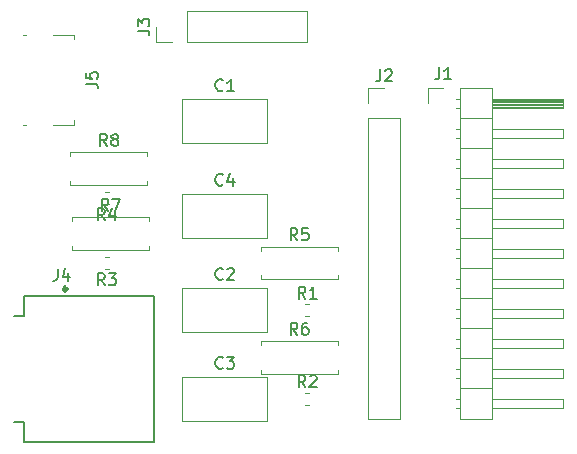
<source format=gto>
%TF.GenerationSoftware,KiCad,Pcbnew,(5.1.10)-1*%
%TF.CreationDate,2023-06-21T21:16:52+09:00*%
%TF.ProjectId,pokecom_cas_if,706f6b65-636f-46d5-9f63-61735f69662e,rev?*%
%TF.SameCoordinates,Original*%
%TF.FileFunction,Legend,Top*%
%TF.FilePolarity,Positive*%
%FSLAX46Y46*%
G04 Gerber Fmt 4.6, Leading zero omitted, Abs format (unit mm)*
G04 Created by KiCad (PCBNEW (5.1.10)-1) date 2023-06-21 21:16:52*
%MOMM*%
%LPD*%
G01*
G04 APERTURE LIST*
%ADD10C,0.120000*%
%ADD11C,0.340000*%
%ADD12C,0.127000*%
%ADD13C,0.150000*%
G04 APERTURE END LIST*
D10*
%TO.C,R8*%
X-343540000Y539630000D02*
X-343540000Y539960000D01*
X-350080000Y539630000D02*
X-343540000Y539630000D01*
X-350080000Y539960000D02*
X-350080000Y539630000D01*
X-343540000Y542370000D02*
X-343540000Y542040000D01*
X-350080000Y542370000D02*
X-343540000Y542370000D01*
X-350080000Y542040000D02*
X-350080000Y542370000D01*
%TO.C,R7*%
X-343420000Y534130000D02*
X-343420000Y534460000D01*
X-349960000Y534130000D02*
X-343420000Y534130000D01*
X-349960000Y534460000D02*
X-349960000Y534130000D01*
X-343420000Y536870000D02*
X-343420000Y536540000D01*
X-349960000Y536870000D02*
X-343420000Y536870000D01*
X-349960000Y536540000D02*
X-349960000Y536870000D01*
%TO.C,R6*%
X-327420000Y523630000D02*
X-327420000Y523960000D01*
X-333960000Y523630000D02*
X-327420000Y523630000D01*
X-333960000Y523960000D02*
X-333960000Y523630000D01*
X-327420000Y526370000D02*
X-327420000Y526040000D01*
X-333960000Y526370000D02*
X-327420000Y526370000D01*
X-333960000Y526040000D02*
X-333960000Y526370000D01*
%TO.C,R5*%
X-327420000Y531630000D02*
X-327420000Y531960000D01*
X-333960000Y531630000D02*
X-327420000Y531630000D01*
X-333960000Y531960000D02*
X-333960000Y531630000D01*
X-327420000Y534370000D02*
X-327420000Y534040000D01*
X-333960000Y534370000D02*
X-327420000Y534370000D01*
X-333960000Y534040000D02*
X-333960000Y534370000D01*
%TO.C,C4*%
X-333380000Y538870000D02*
X-333380000Y535130000D01*
X-340620000Y538870000D02*
X-340620000Y535130000D01*
X-340620000Y535130000D02*
X-333380000Y535130000D01*
X-340620000Y538870000D02*
X-333380000Y538870000D01*
%TO.C,C3*%
X-333380000Y523370000D02*
X-333380000Y519630000D01*
X-340620000Y523370000D02*
X-340620000Y519630000D01*
X-340620000Y519630000D02*
X-333380000Y519630000D01*
X-340620000Y523370000D02*
X-333380000Y523370000D01*
%TO.C,C2*%
X-333380000Y530870000D02*
X-333380000Y527130000D01*
X-340620000Y530870000D02*
X-340620000Y527130000D01*
X-340620000Y527130000D02*
X-333380000Y527130000D01*
X-340620000Y530870000D02*
X-333380000Y530870000D01*
%TO.C,C1*%
X-333380000Y546870000D02*
X-333380000Y543130000D01*
X-340620000Y546870000D02*
X-340620000Y543130000D01*
X-340620000Y543130000D02*
X-333380000Y543130000D01*
X-340620000Y546870000D02*
X-333380000Y546870000D01*
%TO.C,J5*%
X-349790000Y544690000D02*
X-349790000Y545070000D01*
X-353840000Y544690000D02*
X-354100000Y544690000D01*
X-349790000Y544690000D02*
X-351560000Y544690000D01*
X-349790000Y552310000D02*
X-349790000Y551930000D01*
X-351560000Y552310000D02*
X-349790000Y552310000D01*
X-354100000Y552310000D02*
X-353840000Y552310000D01*
%TO.C,J1*%
X-319770000Y547770000D02*
X-318500000Y547770000D01*
X-319770000Y546500000D02*
X-319770000Y547770000D01*
X-317457071Y520720000D02*
X-317060000Y520720000D01*
X-317457071Y521480000D02*
X-317060000Y521480000D01*
X-308400000Y520720000D02*
X-314400000Y520720000D01*
X-308400000Y521480000D02*
X-308400000Y520720000D01*
X-314400000Y521480000D02*
X-308400000Y521480000D01*
X-317060000Y522370000D02*
X-314400000Y522370000D01*
X-317457071Y523260000D02*
X-317060000Y523260000D01*
X-317457071Y524020000D02*
X-317060000Y524020000D01*
X-308400000Y523260000D02*
X-314400000Y523260000D01*
X-308400000Y524020000D02*
X-308400000Y523260000D01*
X-314400000Y524020000D02*
X-308400000Y524020000D01*
X-317060000Y524910000D02*
X-314400000Y524910000D01*
X-317457071Y525800000D02*
X-317060000Y525800000D01*
X-317457071Y526560000D02*
X-317060000Y526560000D01*
X-308400000Y525800000D02*
X-314400000Y525800000D01*
X-308400000Y526560000D02*
X-308400000Y525800000D01*
X-314400000Y526560000D02*
X-308400000Y526560000D01*
X-317060000Y527450000D02*
X-314400000Y527450000D01*
X-317457071Y528340000D02*
X-317060000Y528340000D01*
X-317457071Y529100000D02*
X-317060000Y529100000D01*
X-308400000Y528340000D02*
X-314400000Y528340000D01*
X-308400000Y529100000D02*
X-308400000Y528340000D01*
X-314400000Y529100000D02*
X-308400000Y529100000D01*
X-317060000Y529990000D02*
X-314400000Y529990000D01*
X-317457071Y530880000D02*
X-317060000Y530880000D01*
X-317457071Y531640000D02*
X-317060000Y531640000D01*
X-308400000Y530880000D02*
X-314400000Y530880000D01*
X-308400000Y531640000D02*
X-308400000Y530880000D01*
X-314400000Y531640000D02*
X-308400000Y531640000D01*
X-317060000Y532530000D02*
X-314400000Y532530000D01*
X-317457071Y533420000D02*
X-317060000Y533420000D01*
X-317457071Y534180000D02*
X-317060000Y534180000D01*
X-308400000Y533420000D02*
X-314400000Y533420000D01*
X-308400000Y534180000D02*
X-308400000Y533420000D01*
X-314400000Y534180000D02*
X-308400000Y534180000D01*
X-317060000Y535070000D02*
X-314400000Y535070000D01*
X-317457071Y535960000D02*
X-317060000Y535960000D01*
X-317457071Y536720000D02*
X-317060000Y536720000D01*
X-308400000Y535960000D02*
X-314400000Y535960000D01*
X-308400000Y536720000D02*
X-308400000Y535960000D01*
X-314400000Y536720000D02*
X-308400000Y536720000D01*
X-317060000Y537610000D02*
X-314400000Y537610000D01*
X-317457071Y538500000D02*
X-317060000Y538500000D01*
X-317457071Y539260000D02*
X-317060000Y539260000D01*
X-308400000Y538500000D02*
X-314400000Y538500000D01*
X-308400000Y539260000D02*
X-308400000Y538500000D01*
X-314400000Y539260000D02*
X-308400000Y539260000D01*
X-317060000Y540150000D02*
X-314400000Y540150000D01*
X-317457071Y541040000D02*
X-317060000Y541040000D01*
X-317457071Y541800000D02*
X-317060000Y541800000D01*
X-308400000Y541040000D02*
X-314400000Y541040000D01*
X-308400000Y541800000D02*
X-308400000Y541040000D01*
X-314400000Y541800000D02*
X-308400000Y541800000D01*
X-317060000Y542690000D02*
X-314400000Y542690000D01*
X-317457071Y543580000D02*
X-317060000Y543580000D01*
X-317457071Y544340000D02*
X-317060000Y544340000D01*
X-308400000Y543580000D02*
X-314400000Y543580000D01*
X-308400000Y544340000D02*
X-308400000Y543580000D01*
X-314400000Y544340000D02*
X-308400000Y544340000D01*
X-317060000Y545230000D02*
X-314400000Y545230000D01*
X-317390000Y546120000D02*
X-317060000Y546120000D01*
X-317390000Y546880000D02*
X-317060000Y546880000D01*
X-314400000Y546220000D02*
X-308400000Y546220000D01*
X-314400000Y546340000D02*
X-308400000Y546340000D01*
X-314400000Y546460000D02*
X-308400000Y546460000D01*
X-314400000Y546580000D02*
X-308400000Y546580000D01*
X-314400000Y546700000D02*
X-308400000Y546700000D01*
X-314400000Y546820000D02*
X-308400000Y546820000D01*
X-308400000Y546120000D02*
X-314400000Y546120000D01*
X-308400000Y546880000D02*
X-308400000Y546120000D01*
X-314400000Y546880000D02*
X-308400000Y546880000D01*
X-314400000Y547830000D02*
X-317060000Y547830000D01*
X-314400000Y519770000D02*
X-314400000Y547830000D01*
X-317060000Y519770000D02*
X-314400000Y519770000D01*
X-317060000Y547830000D02*
X-317060000Y519770000D01*
%TO.C,J2*%
X-324830000Y547830000D02*
X-323500000Y547830000D01*
X-324830000Y546500000D02*
X-324830000Y547830000D01*
X-324830000Y545230000D02*
X-322170000Y545230000D01*
X-322170000Y545230000D02*
X-322170000Y519770000D01*
X-324830000Y545230000D02*
X-324830000Y519770000D01*
X-324830000Y519770000D02*
X-322170000Y519770000D01*
%TO.C,J3*%
X-342830000Y551670000D02*
X-342830000Y553000000D01*
X-341500000Y551670000D02*
X-342830000Y551670000D01*
X-340230000Y551670000D02*
X-340230000Y554330000D01*
X-340230000Y554330000D02*
X-330010000Y554330000D01*
X-340230000Y551670000D02*
X-330010000Y551670000D01*
X-330010000Y551670000D02*
X-330010000Y554330000D01*
D11*
%TO.C,J4*%
X-350330000Y530800000D02*
G75*
G03*
X-350330000Y530800000I-170000J0D01*
G01*
D12*
X-354000000Y519500000D02*
X-354800000Y519500000D01*
X-354000000Y528500000D02*
X-354800000Y528500000D01*
X-354000000Y519500000D02*
X-354000000Y517800000D01*
X-354000000Y530200000D02*
X-354000000Y528500000D01*
X-343000000Y530200000D02*
X-354000000Y530200000D01*
X-343000000Y517800000D02*
X-354000000Y517800000D01*
X-343000000Y530200000D02*
X-343000000Y517800000D01*
D10*
%TO.C,R1*%
X-330171267Y528490000D02*
X-329828733Y528490000D01*
X-330171267Y529510000D02*
X-329828733Y529510000D01*
%TO.C,R2*%
X-330171267Y522010000D02*
X-329828733Y522010000D01*
X-330171267Y520990000D02*
X-329828733Y520990000D01*
%TO.C,R3*%
X-346828733Y533510000D02*
X-347171267Y533510000D01*
X-346828733Y532490000D02*
X-347171267Y532490000D01*
%TO.C,R4*%
X-346828733Y537990000D02*
X-347171267Y537990000D01*
X-346828733Y539010000D02*
X-347171267Y539010000D01*
%TO.C,R8*%
D13*
X-346976666Y542917619D02*
X-347310000Y543393809D01*
X-347548095Y542917619D02*
X-347548095Y543917619D01*
X-347167142Y543917619D01*
X-347071904Y543870000D01*
X-347024285Y543822380D01*
X-346976666Y543727142D01*
X-346976666Y543584285D01*
X-347024285Y543489047D01*
X-347071904Y543441428D01*
X-347167142Y543393809D01*
X-347548095Y543393809D01*
X-346405238Y543489047D02*
X-346500476Y543536666D01*
X-346548095Y543584285D01*
X-346595714Y543679523D01*
X-346595714Y543727142D01*
X-346548095Y543822380D01*
X-346500476Y543870000D01*
X-346405238Y543917619D01*
X-346214761Y543917619D01*
X-346119523Y543870000D01*
X-346071904Y543822380D01*
X-346024285Y543727142D01*
X-346024285Y543679523D01*
X-346071904Y543584285D01*
X-346119523Y543536666D01*
X-346214761Y543489047D01*
X-346405238Y543489047D01*
X-346500476Y543441428D01*
X-346548095Y543393809D01*
X-346595714Y543298571D01*
X-346595714Y543108095D01*
X-346548095Y543012857D01*
X-346500476Y542965238D01*
X-346405238Y542917619D01*
X-346214761Y542917619D01*
X-346119523Y542965238D01*
X-346071904Y543012857D01*
X-346024285Y543108095D01*
X-346024285Y543298571D01*
X-346071904Y543393809D01*
X-346119523Y543441428D01*
X-346214761Y543489047D01*
%TO.C,R7*%
X-346856666Y537417619D02*
X-347190000Y537893809D01*
X-347428095Y537417619D02*
X-347428095Y538417619D01*
X-347047142Y538417619D01*
X-346951904Y538370000D01*
X-346904285Y538322380D01*
X-346856666Y538227142D01*
X-346856666Y538084285D01*
X-346904285Y537989047D01*
X-346951904Y537941428D01*
X-347047142Y537893809D01*
X-347428095Y537893809D01*
X-346523333Y538417619D02*
X-345856666Y538417619D01*
X-346285238Y537417619D01*
%TO.C,R6*%
X-330856666Y526917619D02*
X-331190000Y527393809D01*
X-331428095Y526917619D02*
X-331428095Y527917619D01*
X-331047142Y527917619D01*
X-330951904Y527870000D01*
X-330904285Y527822380D01*
X-330856666Y527727142D01*
X-330856666Y527584285D01*
X-330904285Y527489047D01*
X-330951904Y527441428D01*
X-331047142Y527393809D01*
X-331428095Y527393809D01*
X-329999523Y527917619D02*
X-330190000Y527917619D01*
X-330285238Y527870000D01*
X-330332857Y527822380D01*
X-330428095Y527679523D01*
X-330475714Y527489047D01*
X-330475714Y527108095D01*
X-330428095Y527012857D01*
X-330380476Y526965238D01*
X-330285238Y526917619D01*
X-330094761Y526917619D01*
X-329999523Y526965238D01*
X-329951904Y527012857D01*
X-329904285Y527108095D01*
X-329904285Y527346190D01*
X-329951904Y527441428D01*
X-329999523Y527489047D01*
X-330094761Y527536666D01*
X-330285238Y527536666D01*
X-330380476Y527489047D01*
X-330428095Y527441428D01*
X-330475714Y527346190D01*
%TO.C,R5*%
X-330856666Y534917619D02*
X-331190000Y535393809D01*
X-331428095Y534917619D02*
X-331428095Y535917619D01*
X-331047142Y535917619D01*
X-330951904Y535870000D01*
X-330904285Y535822380D01*
X-330856666Y535727142D01*
X-330856666Y535584285D01*
X-330904285Y535489047D01*
X-330951904Y535441428D01*
X-331047142Y535393809D01*
X-331428095Y535393809D01*
X-329951904Y535917619D02*
X-330428095Y535917619D01*
X-330475714Y535441428D01*
X-330428095Y535489047D01*
X-330332857Y535536666D01*
X-330094761Y535536666D01*
X-329999523Y535489047D01*
X-329951904Y535441428D01*
X-329904285Y535346190D01*
X-329904285Y535108095D01*
X-329951904Y535012857D01*
X-329999523Y534965238D01*
X-330094761Y534917619D01*
X-330332857Y534917619D01*
X-330428095Y534965238D01*
X-330475714Y535012857D01*
%TO.C,C4*%
X-337166666Y539642857D02*
X-337214285Y539595238D01*
X-337357142Y539547619D01*
X-337452380Y539547619D01*
X-337595238Y539595238D01*
X-337690476Y539690476D01*
X-337738095Y539785714D01*
X-337785714Y539976190D01*
X-337785714Y540119047D01*
X-337738095Y540309523D01*
X-337690476Y540404761D01*
X-337595238Y540500000D01*
X-337452380Y540547619D01*
X-337357142Y540547619D01*
X-337214285Y540500000D01*
X-337166666Y540452380D01*
X-336309523Y540214285D02*
X-336309523Y539547619D01*
X-336547619Y540595238D02*
X-336785714Y539880952D01*
X-336166666Y539880952D01*
%TO.C,C3*%
X-337166666Y524142857D02*
X-337214285Y524095238D01*
X-337357142Y524047619D01*
X-337452380Y524047619D01*
X-337595238Y524095238D01*
X-337690476Y524190476D01*
X-337738095Y524285714D01*
X-337785714Y524476190D01*
X-337785714Y524619047D01*
X-337738095Y524809523D01*
X-337690476Y524904761D01*
X-337595238Y525000000D01*
X-337452380Y525047619D01*
X-337357142Y525047619D01*
X-337214285Y525000000D01*
X-337166666Y524952380D01*
X-336833333Y525047619D02*
X-336214285Y525047619D01*
X-336547619Y524666666D01*
X-336404761Y524666666D01*
X-336309523Y524619047D01*
X-336261904Y524571428D01*
X-336214285Y524476190D01*
X-336214285Y524238095D01*
X-336261904Y524142857D01*
X-336309523Y524095238D01*
X-336404761Y524047619D01*
X-336690476Y524047619D01*
X-336785714Y524095238D01*
X-336833333Y524142857D01*
%TO.C,C2*%
X-337166666Y531642857D02*
X-337214285Y531595238D01*
X-337357142Y531547619D01*
X-337452380Y531547619D01*
X-337595238Y531595238D01*
X-337690476Y531690476D01*
X-337738095Y531785714D01*
X-337785714Y531976190D01*
X-337785714Y532119047D01*
X-337738095Y532309523D01*
X-337690476Y532404761D01*
X-337595238Y532500000D01*
X-337452380Y532547619D01*
X-337357142Y532547619D01*
X-337214285Y532500000D01*
X-337166666Y532452380D01*
X-336785714Y532452380D02*
X-336738095Y532500000D01*
X-336642857Y532547619D01*
X-336404761Y532547619D01*
X-336309523Y532500000D01*
X-336261904Y532452380D01*
X-336214285Y532357142D01*
X-336214285Y532261904D01*
X-336261904Y532119047D01*
X-336833333Y531547619D01*
X-336214285Y531547619D01*
%TO.C,C1*%
X-337166666Y547642857D02*
X-337214285Y547595238D01*
X-337357142Y547547619D01*
X-337452380Y547547619D01*
X-337595238Y547595238D01*
X-337690476Y547690476D01*
X-337738095Y547785714D01*
X-337785714Y547976190D01*
X-337785714Y548119047D01*
X-337738095Y548309523D01*
X-337690476Y548404761D01*
X-337595238Y548500000D01*
X-337452380Y548547619D01*
X-337357142Y548547619D01*
X-337214285Y548500000D01*
X-337166666Y548452380D01*
X-336214285Y547547619D02*
X-336785714Y547547619D01*
X-336500000Y547547619D02*
X-336500000Y548547619D01*
X-336595238Y548404761D01*
X-336690476Y548309523D01*
X-336785714Y548261904D01*
%TO.C,*%
%TO.C,J5*%
X-348747619Y548166666D02*
X-348033333Y548166666D01*
X-347890476Y548119047D01*
X-347795238Y548023809D01*
X-347747619Y547880952D01*
X-347747619Y547785714D01*
X-348747619Y549119047D02*
X-348747619Y548642857D01*
X-348271428Y548595238D01*
X-348319047Y548642857D01*
X-348366666Y548738095D01*
X-348366666Y548976190D01*
X-348319047Y549071428D01*
X-348271428Y549119047D01*
X-348176190Y549166666D01*
X-347938095Y549166666D01*
X-347842857Y549119047D01*
X-347795238Y549071428D01*
X-347747619Y548976190D01*
X-347747619Y548738095D01*
X-347795238Y548642857D01*
X-347842857Y548595238D01*
%TO.C,J1*%
X-318833333Y549547619D02*
X-318833333Y548833333D01*
X-318880952Y548690476D01*
X-318976190Y548595238D01*
X-319119047Y548547619D01*
X-319214285Y548547619D01*
X-317833333Y548547619D02*
X-318404761Y548547619D01*
X-318119047Y548547619D02*
X-318119047Y549547619D01*
X-318214285Y549404761D01*
X-318309523Y549309523D01*
X-318404761Y549261904D01*
%TO.C,J2*%
X-323833333Y549377619D02*
X-323833333Y548663333D01*
X-323880952Y548520476D01*
X-323976190Y548425238D01*
X-324119047Y548377619D01*
X-324214285Y548377619D01*
X-323404761Y549282380D02*
X-323357142Y549330000D01*
X-323261904Y549377619D01*
X-323023809Y549377619D01*
X-322928571Y549330000D01*
X-322880952Y549282380D01*
X-322833333Y549187142D01*
X-322833333Y549091904D01*
X-322880952Y548949047D01*
X-323452380Y548377619D01*
X-322833333Y548377619D01*
%TO.C,J3*%
X-344377619Y552666666D02*
X-343663333Y552666666D01*
X-343520476Y552619047D01*
X-343425238Y552523809D01*
X-343377619Y552380952D01*
X-343377619Y552285714D01*
X-344377619Y553047619D02*
X-344377619Y553666666D01*
X-343996666Y553333333D01*
X-343996666Y553476190D01*
X-343949047Y553571428D01*
X-343901428Y553619047D01*
X-343806190Y553666666D01*
X-343568095Y553666666D01*
X-343472857Y553619047D01*
X-343425238Y553571428D01*
X-343377619Y553476190D01*
X-343377619Y553190476D01*
X-343425238Y553095238D01*
X-343472857Y553047619D01*
%TO.C,J4*%
X-351158645Y532486519D02*
X-351158645Y531771907D01*
X-351206286Y531628984D01*
X-351301568Y531533703D01*
X-351444490Y531486062D01*
X-351539772Y531486062D01*
X-350253470Y532153033D02*
X-350253470Y531486062D01*
X-350491674Y532534160D02*
X-350729878Y531819547D01*
X-350110547Y531819547D01*
%TO.C,R1*%
X-330166666Y529977619D02*
X-330500000Y530453809D01*
X-330738095Y529977619D02*
X-330738095Y530977619D01*
X-330357142Y530977619D01*
X-330261904Y530930000D01*
X-330214285Y530882380D01*
X-330166666Y530787142D01*
X-330166666Y530644285D01*
X-330214285Y530549047D01*
X-330261904Y530501428D01*
X-330357142Y530453809D01*
X-330738095Y530453809D01*
X-329214285Y529977619D02*
X-329785714Y529977619D01*
X-329500000Y529977619D02*
X-329500000Y530977619D01*
X-329595238Y530834761D01*
X-329690476Y530739523D01*
X-329785714Y530691904D01*
%TO.C,R2*%
X-330166666Y522477619D02*
X-330500000Y522953809D01*
X-330738095Y522477619D02*
X-330738095Y523477619D01*
X-330357142Y523477619D01*
X-330261904Y523430000D01*
X-330214285Y523382380D01*
X-330166666Y523287142D01*
X-330166666Y523144285D01*
X-330214285Y523049047D01*
X-330261904Y523001428D01*
X-330357142Y522953809D01*
X-330738095Y522953809D01*
X-329785714Y523382380D02*
X-329738095Y523430000D01*
X-329642857Y523477619D01*
X-329404761Y523477619D01*
X-329309523Y523430000D01*
X-329261904Y523382380D01*
X-329214285Y523287142D01*
X-329214285Y523191904D01*
X-329261904Y523049047D01*
X-329833333Y522477619D01*
X-329214285Y522477619D01*
%TO.C,R3*%
X-347166666Y531117619D02*
X-347500000Y531593809D01*
X-347738095Y531117619D02*
X-347738095Y532117619D01*
X-347357142Y532117619D01*
X-347261904Y532070000D01*
X-347214285Y532022380D01*
X-347166666Y531927142D01*
X-347166666Y531784285D01*
X-347214285Y531689047D01*
X-347261904Y531641428D01*
X-347357142Y531593809D01*
X-347738095Y531593809D01*
X-346833333Y532117619D02*
X-346214285Y532117619D01*
X-346547619Y531736666D01*
X-346404761Y531736666D01*
X-346309523Y531689047D01*
X-346261904Y531641428D01*
X-346214285Y531546190D01*
X-346214285Y531308095D01*
X-346261904Y531212857D01*
X-346309523Y531165238D01*
X-346404761Y531117619D01*
X-346690476Y531117619D01*
X-346785714Y531165238D01*
X-346833333Y531212857D01*
%TO.C,R4*%
X-347166666Y536617619D02*
X-347500000Y537093809D01*
X-347738095Y536617619D02*
X-347738095Y537617619D01*
X-347357142Y537617619D01*
X-347261904Y537570000D01*
X-347214285Y537522380D01*
X-347166666Y537427142D01*
X-347166666Y537284285D01*
X-347214285Y537189047D01*
X-347261904Y537141428D01*
X-347357142Y537093809D01*
X-347738095Y537093809D01*
X-346309523Y537284285D02*
X-346309523Y536617619D01*
X-346547619Y537665238D02*
X-346785714Y536950952D01*
X-346166666Y536950952D01*
%TD*%
M02*

</source>
